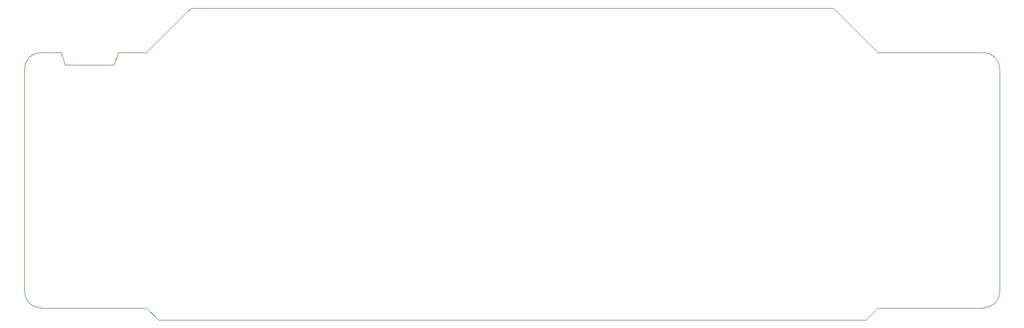
<source format=gbr>
%TF.GenerationSoftware,KiCad,Pcbnew,(5.1.10)-1*%
%TF.CreationDate,2021-12-19T12:17:38+01:00*%
%TF.ProjectId,KiCadPCB,4b694361-6450-4434-922e-6b696361645f,rev?*%
%TF.SameCoordinates,Original*%
%TF.FileFunction,Profile,NP*%
%FSLAX46Y46*%
G04 Gerber Fmt 4.6, Leading zero omitted, Abs format (unit mm)*
G04 Created by KiCad (PCBNEW (5.1.10)-1) date 2021-12-19 12:17:38*
%MOMM*%
%LPD*%
G01*
G04 APERTURE LIST*
%TA.AperFunction,Profile*%
%ADD10C,0.050000*%
%TD*%
G04 APERTURE END LIST*
D10*
X203835000Y-24130000D02*
X203200000Y-24130000D01*
X205740000Y-26035000D02*
X203835000Y-24130000D01*
X103505000Y-24130000D02*
X203200000Y-24130000D01*
X102870000Y-24765000D02*
X103505000Y-24130000D01*
X101600000Y-26035000D02*
X102870000Y-24765000D01*
X208915000Y-73025000D02*
X210820000Y-71120000D01*
X205740000Y-73025000D02*
X208915000Y-73025000D01*
X98425000Y-73025000D02*
X205740000Y-73025000D01*
X96520000Y-71120000D02*
X98425000Y-73025000D01*
X83185000Y-31115000D02*
X82550000Y-31115000D01*
X83820000Y-33020000D02*
X83185000Y-31115000D01*
X92075000Y-31115000D02*
X96520000Y-31115000D01*
X91440000Y-33020000D02*
X92075000Y-31115000D01*
X82550000Y-31115000D02*
X81915000Y-31115000D01*
X81915000Y-31115000D02*
X80010000Y-31115000D01*
X83820000Y-33020000D02*
X90805000Y-33020000D01*
X90805000Y-33020000D02*
X91440000Y-33020000D01*
X210820000Y-71120000D02*
X227330000Y-71120000D01*
X80010000Y-71120000D02*
X96520000Y-71120000D01*
X229870000Y-33655000D02*
X229870000Y-68580000D01*
X210820000Y-31115000D02*
X227330000Y-31115000D01*
X205740000Y-26035000D02*
X210820000Y-31115000D01*
X96520000Y-31115000D02*
X101600000Y-26035000D01*
X77470000Y-68580000D02*
X77470000Y-33655000D01*
X229870000Y-68580000D02*
G75*
G02*
X227330000Y-71120000I-2540000J0D01*
G01*
X227330000Y-31115000D02*
G75*
G02*
X229870000Y-33655000I0J-2540000D01*
G01*
X80010000Y-71120000D02*
G75*
G02*
X77470000Y-68580000I0J2540000D01*
G01*
X77470000Y-33655000D02*
G75*
G02*
X80010000Y-31115000I2540000J0D01*
G01*
M02*

</source>
